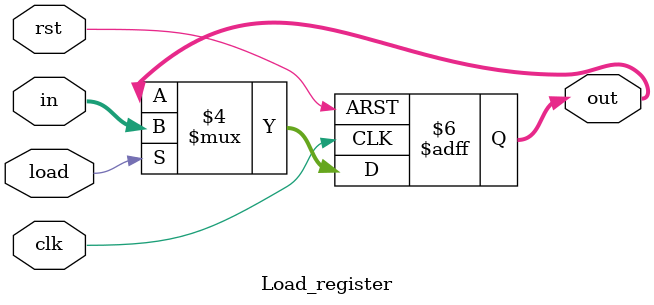
<source format=v>
`timescale 1ns / 1ps


module Load_register(
    input clk,
    input rst,
    input load,
    input [3:0] in,
    output reg [3:0] out
    );
    always@(posedge clk or negedge rst) begin
        if(!rst) out <= 4'b0;
        else if(load) out <= in;
        else out <= out;
    end
endmodule

</source>
